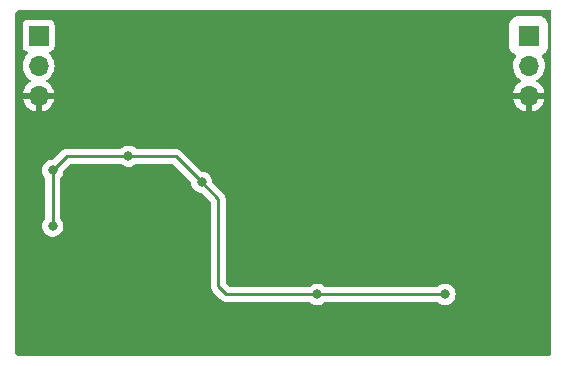
<source format=gbl>
%TF.GenerationSoftware,KiCad,Pcbnew,7.0.1*%
%TF.CreationDate,2023-05-08T19:32:18+02:00*%
%TF.ProjectId,geiger_counter,67656967-6572-45f6-936f-756e7465722e,rev?*%
%TF.SameCoordinates,Original*%
%TF.FileFunction,Copper,L2,Bot*%
%TF.FilePolarity,Positive*%
%FSLAX46Y46*%
G04 Gerber Fmt 4.6, Leading zero omitted, Abs format (unit mm)*
G04 Created by KiCad (PCBNEW 7.0.1) date 2023-05-08 19:32:18*
%MOMM*%
%LPD*%
G01*
G04 APERTURE LIST*
%TA.AperFunction,ComponentPad*%
%ADD10O,1.700000X1.700000*%
%TD*%
%TA.AperFunction,ComponentPad*%
%ADD11R,1.700000X1.700000*%
%TD*%
%TA.AperFunction,ViaPad*%
%ADD12C,0.800000*%
%TD*%
%TA.AperFunction,Conductor*%
%ADD13C,0.250000*%
%TD*%
G04 APERTURE END LIST*
D10*
%TO.P,J2,3,Pin_3*%
%TO.N,GND*%
X160700000Y-28080000D03*
%TO.P,J2,2,Pin_2*%
%TO.N,unconnected-(J2-Pin_2-Pad2)*%
X160700000Y-25540000D03*
D11*
%TO.P,J2,1,Pin_1*%
%TO.N,VPP*%
X160700000Y-23000000D03*
%TD*%
D10*
%TO.P,J1,3,Pin_3*%
%TO.N,GND*%
X119200000Y-28080000D03*
%TO.P,J1,2,Pin_2*%
%TO.N,/ENABLE*%
X119200000Y-25540000D03*
D11*
%TO.P,J1,1,Pin_1*%
%TO.N,VCC*%
X119200000Y-23000000D03*
%TD*%
D12*
%TO.N,VCC*%
X126800000Y-33200000D03*
X153600000Y-44900000D03*
X120400000Y-34400000D03*
X133000000Y-35400000D03*
X120400000Y-39100000D03*
X142800000Y-44910500D03*
%TO.N,GND*%
X144600000Y-31700000D03*
X137900000Y-21400000D03*
X137900000Y-22700000D03*
X145700000Y-31700000D03*
X139100000Y-21400000D03*
X132400000Y-29000000D03*
X138973055Y-40175500D03*
X144600000Y-32800000D03*
X130700000Y-39200000D03*
X132400000Y-29900000D03*
X119800000Y-48100000D03*
X161300000Y-37100000D03*
X161300000Y-38200000D03*
X139500000Y-48300000D03*
X131500000Y-29900000D03*
X137300000Y-37300000D03*
X118500000Y-48100000D03*
X119800000Y-46900000D03*
X123132281Y-44125500D03*
X160200000Y-37100000D03*
X131500000Y-29000000D03*
X140200000Y-21400000D03*
X139500000Y-47100000D03*
X118500000Y-46900000D03*
X145700000Y-32800000D03*
X149600000Y-36500000D03*
X140800000Y-48300000D03*
X160200000Y-38200000D03*
X140800000Y-47100000D03*
%TD*%
D13*
%TO.N,VCC*%
X135100000Y-44900000D02*
X134400000Y-44200000D01*
X134400000Y-44200000D02*
X134400000Y-36800000D01*
X142800000Y-44910500D02*
X142810500Y-44900000D01*
X142810500Y-44900000D02*
X153600000Y-44900000D01*
X142800000Y-44910500D02*
X142789500Y-44900000D01*
X142789500Y-44900000D02*
X135100000Y-44900000D01*
X134400000Y-36800000D02*
X133000000Y-35400000D01*
X133000000Y-35400000D02*
X130800000Y-33200000D01*
X121600000Y-33200000D02*
X120400000Y-34400000D01*
X120400000Y-34400000D02*
X120400000Y-39100000D01*
X126800000Y-33200000D02*
X121600000Y-33200000D01*
X130800000Y-33200000D02*
X126800000Y-33200000D01*
%TD*%
%TA.AperFunction,Conductor*%
%TO.N,GND*%
G36*
X162538000Y-20816613D02*
G01*
X162583387Y-20862000D01*
X162600000Y-20924000D01*
X162600000Y-49948638D01*
X162590561Y-49996091D01*
X162563681Y-50036319D01*
X162536319Y-50063681D01*
X162496091Y-50090561D01*
X162448638Y-50100000D01*
X117451362Y-50100000D01*
X117403909Y-50090561D01*
X117363681Y-50063681D01*
X117236319Y-49936319D01*
X117209439Y-49896091D01*
X117200000Y-49848638D01*
X117200000Y-39100000D01*
X119494540Y-39100000D01*
X119514326Y-39288257D01*
X119572820Y-39468284D01*
X119667466Y-39632216D01*
X119794129Y-39772889D01*
X119947269Y-39884151D01*
X120120197Y-39961144D01*
X120305352Y-40000500D01*
X120305354Y-40000500D01*
X120494646Y-40000500D01*
X120494648Y-40000500D01*
X120618083Y-39974262D01*
X120679803Y-39961144D01*
X120852730Y-39884151D01*
X121005871Y-39772888D01*
X121132533Y-39632216D01*
X121227179Y-39468284D01*
X121285674Y-39288256D01*
X121305460Y-39100000D01*
X121285674Y-38911744D01*
X121227179Y-38731716D01*
X121227179Y-38731715D01*
X121132535Y-38567786D01*
X121119427Y-38553229D01*
X121057347Y-38484282D01*
X121033736Y-38445751D01*
X121025500Y-38401313D01*
X121025500Y-35098687D01*
X121033736Y-35054249D01*
X121057347Y-35015717D01*
X121132533Y-34932216D01*
X121169734Y-34867783D01*
X121227179Y-34768284D01*
X121276708Y-34615849D01*
X121285674Y-34588256D01*
X121303322Y-34420341D01*
X121314720Y-34379927D01*
X121338957Y-34345632D01*
X121822771Y-33861819D01*
X121863000Y-33834939D01*
X121910453Y-33825500D01*
X126096253Y-33825500D01*
X126146688Y-33836220D01*
X126188401Y-33866526D01*
X126194129Y-33872888D01*
X126347270Y-33984151D01*
X126347271Y-33984151D01*
X126347272Y-33984152D01*
X126520197Y-34061144D01*
X126705352Y-34100500D01*
X126705354Y-34100500D01*
X126894646Y-34100500D01*
X126894648Y-34100500D01*
X127018084Y-34074262D01*
X127079803Y-34061144D01*
X127252730Y-33984151D01*
X127405871Y-33872888D01*
X127411598Y-33866526D01*
X127453312Y-33836220D01*
X127503747Y-33825500D01*
X130489548Y-33825500D01*
X130537001Y-33834939D01*
X130577229Y-33861819D01*
X132061038Y-35345629D01*
X132085277Y-35379926D01*
X132096678Y-35420348D01*
X132114326Y-35588257D01*
X132172820Y-35768284D01*
X132267466Y-35932216D01*
X132394129Y-36072889D01*
X132547269Y-36184151D01*
X132720197Y-36261144D01*
X132905352Y-36300500D01*
X132905354Y-36300500D01*
X132964548Y-36300500D01*
X133012001Y-36309939D01*
X133052229Y-36336819D01*
X133738181Y-37022772D01*
X133765061Y-37063000D01*
X133774500Y-37110453D01*
X133774500Y-44117256D01*
X133772235Y-44137762D01*
X133774439Y-44207873D01*
X133774500Y-44211768D01*
X133774500Y-44239349D01*
X133775003Y-44243334D01*
X133775918Y-44254967D01*
X133777290Y-44298626D01*
X133782879Y-44317860D01*
X133786825Y-44336916D01*
X133789335Y-44356792D01*
X133805414Y-44397404D01*
X133809197Y-44408451D01*
X133821382Y-44450391D01*
X133831580Y-44467635D01*
X133840136Y-44485100D01*
X133847514Y-44503732D01*
X133847515Y-44503733D01*
X133873180Y-44539059D01*
X133879593Y-44548822D01*
X133901826Y-44586416D01*
X133901829Y-44586419D01*
X133901830Y-44586420D01*
X133915995Y-44600585D01*
X133928627Y-44615375D01*
X133940406Y-44631587D01*
X133974058Y-44659426D01*
X133982699Y-44667289D01*
X134599196Y-45283787D01*
X134612096Y-45299888D01*
X134663223Y-45347900D01*
X134666020Y-45350611D01*
X134685529Y-45370120D01*
X134688711Y-45372588D01*
X134697571Y-45380155D01*
X134729417Y-45410061D01*
X134729418Y-45410062D01*
X134746970Y-45419711D01*
X134763238Y-45430397D01*
X134779064Y-45442673D01*
X134819146Y-45460017D01*
X134829633Y-45465155D01*
X134867907Y-45486197D01*
X134876410Y-45488379D01*
X134887308Y-45491178D01*
X134905713Y-45497478D01*
X134924104Y-45505437D01*
X134967250Y-45512270D01*
X134978668Y-45514635D01*
X135020981Y-45525500D01*
X135041017Y-45525500D01*
X135060414Y-45527026D01*
X135080196Y-45530160D01*
X135120720Y-45526328D01*
X135123672Y-45526050D01*
X135135342Y-45525500D01*
X142086797Y-45525500D01*
X142137231Y-45536220D01*
X142178945Y-45566526D01*
X142194128Y-45583388D01*
X142347269Y-45694651D01*
X142520197Y-45771644D01*
X142705352Y-45811000D01*
X142705354Y-45811000D01*
X142894646Y-45811000D01*
X142894648Y-45811000D01*
X143018084Y-45784762D01*
X143079803Y-45771644D01*
X143252730Y-45694651D01*
X143405871Y-45583388D01*
X143405871Y-45583387D01*
X143421055Y-45566526D01*
X143462769Y-45536220D01*
X143513203Y-45525500D01*
X152896253Y-45525500D01*
X152946688Y-45536220D01*
X152988401Y-45566526D01*
X152994129Y-45572888D01*
X153147270Y-45684151D01*
X153147271Y-45684151D01*
X153147272Y-45684152D01*
X153320197Y-45761144D01*
X153505352Y-45800500D01*
X153505354Y-45800500D01*
X153694646Y-45800500D01*
X153694648Y-45800500D01*
X153830404Y-45771644D01*
X153879803Y-45761144D01*
X154052730Y-45684151D01*
X154205871Y-45572888D01*
X154332533Y-45432216D01*
X154427179Y-45268284D01*
X154485674Y-45088256D01*
X154505460Y-44900000D01*
X154485674Y-44711744D01*
X154427179Y-44531716D01*
X154427179Y-44531715D01*
X154332533Y-44367783D01*
X154205870Y-44227110D01*
X154052730Y-44115848D01*
X153879802Y-44038855D01*
X153694648Y-43999500D01*
X153694646Y-43999500D01*
X153505354Y-43999500D01*
X153505352Y-43999500D01*
X153320197Y-44038855D01*
X153147272Y-44115847D01*
X153045176Y-44190024D01*
X152994129Y-44227112D01*
X152988401Y-44233473D01*
X152946688Y-44263780D01*
X152896253Y-44274500D01*
X143494294Y-44274500D01*
X143443861Y-44263781D01*
X143417095Y-44244335D01*
X143416415Y-44245272D01*
X143252730Y-44126348D01*
X143079802Y-44049355D01*
X142894648Y-44010000D01*
X142894646Y-44010000D01*
X142705354Y-44010000D01*
X142705352Y-44010000D01*
X142520197Y-44049355D01*
X142347269Y-44126348D01*
X142183585Y-44245272D01*
X142182904Y-44244335D01*
X142156139Y-44263781D01*
X142105706Y-44274500D01*
X135410453Y-44274500D01*
X135363000Y-44265061D01*
X135322772Y-44238181D01*
X135061819Y-43977228D01*
X135034939Y-43937000D01*
X135025500Y-43889547D01*
X135025500Y-36882744D01*
X135027764Y-36862237D01*
X135025561Y-36792127D01*
X135025500Y-36788232D01*
X135025500Y-36760653D01*
X135024997Y-36756672D01*
X135024080Y-36745019D01*
X135022709Y-36701373D01*
X135017120Y-36682140D01*
X135013174Y-36663082D01*
X135010664Y-36643206D01*
X134994588Y-36602604D01*
X134990804Y-36591553D01*
X134984881Y-36571168D01*
X134978618Y-36549610D01*
X134968414Y-36532355D01*
X134959861Y-36514895D01*
X134952486Y-36496269D01*
X134952486Y-36496268D01*
X134926808Y-36460925D01*
X134920401Y-36451171D01*
X134898169Y-36413579D01*
X134884006Y-36399416D01*
X134871367Y-36384617D01*
X134859595Y-36368413D01*
X134825941Y-36340573D01*
X134817299Y-36332709D01*
X133938960Y-35454369D01*
X133914720Y-35420071D01*
X133903321Y-35379655D01*
X133885674Y-35211744D01*
X133848939Y-35098687D01*
X133827179Y-35031715D01*
X133732533Y-34867783D01*
X133605870Y-34727110D01*
X133452730Y-34615848D01*
X133279802Y-34538855D01*
X133094648Y-34499500D01*
X133094646Y-34499500D01*
X133035452Y-34499500D01*
X132987999Y-34490061D01*
X132947771Y-34463181D01*
X131300802Y-32816211D01*
X131287906Y-32800113D01*
X131236775Y-32752098D01*
X131233978Y-32749387D01*
X131214470Y-32729879D01*
X131211290Y-32727412D01*
X131202424Y-32719839D01*
X131170582Y-32689938D01*
X131153024Y-32680285D01*
X131136764Y-32669604D01*
X131120936Y-32657327D01*
X131080851Y-32639980D01*
X131070361Y-32634841D01*
X131032091Y-32613802D01*
X131012691Y-32608821D01*
X130994284Y-32602519D01*
X130975897Y-32594562D01*
X130932758Y-32587729D01*
X130921324Y-32585361D01*
X130879019Y-32574500D01*
X130858984Y-32574500D01*
X130839586Y-32572973D01*
X130832162Y-32571797D01*
X130819805Y-32569840D01*
X130819804Y-32569840D01*
X130793484Y-32572328D01*
X130776325Y-32573950D01*
X130764656Y-32574500D01*
X127503747Y-32574500D01*
X127453312Y-32563780D01*
X127411598Y-32533473D01*
X127405871Y-32527112D01*
X127252730Y-32415849D01*
X127252729Y-32415848D01*
X127252727Y-32415847D01*
X127079802Y-32338855D01*
X126894648Y-32299500D01*
X126894646Y-32299500D01*
X126705354Y-32299500D01*
X126705352Y-32299500D01*
X126520197Y-32338855D01*
X126347272Y-32415847D01*
X126245175Y-32490024D01*
X126194129Y-32527112D01*
X126188401Y-32533473D01*
X126146688Y-32563780D01*
X126096253Y-32574500D01*
X121682740Y-32574500D01*
X121662236Y-32572236D01*
X121592144Y-32574439D01*
X121588250Y-32574500D01*
X121560648Y-32574500D01*
X121556653Y-32575004D01*
X121545029Y-32575918D01*
X121501368Y-32577290D01*
X121482128Y-32582880D01*
X121463081Y-32586825D01*
X121443209Y-32589335D01*
X121402599Y-32605413D01*
X121391554Y-32609194D01*
X121349611Y-32621380D01*
X121332369Y-32631578D01*
X121314897Y-32640138D01*
X121296266Y-32647514D01*
X121260938Y-32673181D01*
X121251180Y-32679591D01*
X121213579Y-32701829D01*
X121199410Y-32715998D01*
X121184622Y-32728628D01*
X121168413Y-32740405D01*
X121140572Y-32774058D01*
X121132711Y-32782696D01*
X120452228Y-33463181D01*
X120412000Y-33490061D01*
X120364547Y-33499500D01*
X120305352Y-33499500D01*
X120120197Y-33538855D01*
X119947269Y-33615848D01*
X119794129Y-33727110D01*
X119667466Y-33867783D01*
X119572820Y-34031715D01*
X119514326Y-34211742D01*
X119494540Y-34400000D01*
X119514326Y-34588257D01*
X119572820Y-34768284D01*
X119667464Y-34932213D01*
X119667467Y-34932216D01*
X119742652Y-35015717D01*
X119766264Y-35054249D01*
X119774500Y-35098687D01*
X119774500Y-38401313D01*
X119766264Y-38445751D01*
X119742652Y-38484282D01*
X119709545Y-38521051D01*
X119667464Y-38567786D01*
X119572820Y-38731715D01*
X119514326Y-38911742D01*
X119494540Y-39100000D01*
X117200000Y-39100000D01*
X117200000Y-28330000D01*
X117869364Y-28330000D01*
X117926569Y-28543492D01*
X118026399Y-28757576D01*
X118161893Y-28951081D01*
X118328918Y-29118106D01*
X118522423Y-29253600D01*
X118736507Y-29353430D01*
X118949999Y-29410635D01*
X118950000Y-29410636D01*
X118950000Y-28330000D01*
X119450000Y-28330000D01*
X119450000Y-29410635D01*
X119663492Y-29353430D01*
X119877576Y-29253600D01*
X120071081Y-29118106D01*
X120238106Y-28951081D01*
X120373600Y-28757576D01*
X120473430Y-28543492D01*
X120530636Y-28330000D01*
X159369364Y-28330000D01*
X159426569Y-28543492D01*
X159526399Y-28757576D01*
X159661893Y-28951081D01*
X159828918Y-29118106D01*
X160022423Y-29253600D01*
X160236507Y-29353430D01*
X160449999Y-29410635D01*
X160450000Y-29410636D01*
X160450000Y-28330000D01*
X160950000Y-28330000D01*
X160950000Y-29410635D01*
X161163492Y-29353430D01*
X161377576Y-29253600D01*
X161571081Y-29118106D01*
X161738106Y-28951081D01*
X161873600Y-28757576D01*
X161973430Y-28543492D01*
X162030636Y-28330000D01*
X160950000Y-28330000D01*
X160450000Y-28330000D01*
X159369364Y-28330000D01*
X120530636Y-28330000D01*
X119450000Y-28330000D01*
X118950000Y-28330000D01*
X117869364Y-28330000D01*
X117200000Y-28330000D01*
X117200000Y-25540000D01*
X117844340Y-25540000D01*
X117864936Y-25775407D01*
X117909709Y-25942501D01*
X117926097Y-26003663D01*
X118025965Y-26217830D01*
X118161505Y-26411401D01*
X118328599Y-26578495D01*
X118514597Y-26708732D01*
X118553460Y-26753048D01*
X118567471Y-26810305D01*
X118553461Y-26867561D01*
X118514595Y-26911880D01*
X118328919Y-27041892D01*
X118161890Y-27208921D01*
X118026400Y-27402421D01*
X117926569Y-27616507D01*
X117869364Y-27829999D01*
X117869364Y-27830000D01*
X120530636Y-27830000D01*
X120530635Y-27829999D01*
X120473430Y-27616507D01*
X120373599Y-27402421D01*
X120238109Y-27208921D01*
X120071081Y-27041893D01*
X119885404Y-26911880D01*
X119846539Y-26867562D01*
X119832528Y-26810305D01*
X119846539Y-26753048D01*
X119885402Y-26708732D01*
X120071401Y-26578495D01*
X120238495Y-26411401D01*
X120374035Y-26217830D01*
X120473903Y-26003663D01*
X120535063Y-25775408D01*
X120555659Y-25540000D01*
X120535063Y-25304592D01*
X120473903Y-25076337D01*
X120374035Y-24862171D01*
X120238495Y-24668599D01*
X120116569Y-24546672D01*
X120085273Y-24493927D01*
X120083084Y-24432634D01*
X120110537Y-24377789D01*
X120160916Y-24342810D01*
X120292331Y-24293796D01*
X120407546Y-24207546D01*
X120493796Y-24092331D01*
X120544091Y-23957483D01*
X120550500Y-23897873D01*
X120550500Y-23894957D01*
X159049500Y-23894957D01*
X159064631Y-24029251D01*
X159064631Y-24029253D01*
X159064632Y-24029255D01*
X159124211Y-24199522D01*
X159129253Y-24207546D01*
X159220185Y-24352264D01*
X159347735Y-24479814D01*
X159347737Y-24479815D01*
X159347738Y-24479816D01*
X159500478Y-24575789D01*
X159527497Y-24585243D01*
X159575308Y-24615701D01*
X159604568Y-24664259D01*
X159609157Y-24720764D01*
X159588117Y-24773407D01*
X159525965Y-24862169D01*
X159426097Y-25076336D01*
X159364936Y-25304592D01*
X159344340Y-25539999D01*
X159364936Y-25775407D01*
X159409709Y-25942501D01*
X159426097Y-26003663D01*
X159525965Y-26217830D01*
X159661505Y-26411401D01*
X159828599Y-26578495D01*
X160014597Y-26708732D01*
X160053460Y-26753048D01*
X160067471Y-26810305D01*
X160053461Y-26867561D01*
X160014595Y-26911880D01*
X159828919Y-27041892D01*
X159661890Y-27208921D01*
X159526400Y-27402421D01*
X159426569Y-27616507D01*
X159369364Y-27829999D01*
X159369364Y-27830000D01*
X162030636Y-27830000D01*
X162030635Y-27829999D01*
X161973430Y-27616507D01*
X161873599Y-27402421D01*
X161738109Y-27208921D01*
X161571081Y-27041893D01*
X161385404Y-26911880D01*
X161346539Y-26867562D01*
X161332528Y-26810305D01*
X161346539Y-26753048D01*
X161385402Y-26708732D01*
X161571401Y-26578495D01*
X161738495Y-26411401D01*
X161874035Y-26217830D01*
X161973903Y-26003663D01*
X162035063Y-25775408D01*
X162055659Y-25540000D01*
X162035063Y-25304592D01*
X161973903Y-25076337D01*
X161874035Y-24862171D01*
X161811881Y-24773406D01*
X161790842Y-24720764D01*
X161795431Y-24664259D01*
X161824691Y-24615701D01*
X161872502Y-24585243D01*
X161899522Y-24575789D01*
X162052262Y-24479816D01*
X162179816Y-24352262D01*
X162275789Y-24199522D01*
X162335368Y-24029255D01*
X162350171Y-23897873D01*
X162350500Y-23894957D01*
X162350500Y-22105043D01*
X162335368Y-21970748D01*
X162335368Y-21970745D01*
X162275789Y-21800478D01*
X162179816Y-21647738D01*
X162179815Y-21647737D01*
X162179814Y-21647735D01*
X162052264Y-21520185D01*
X161989867Y-21480978D01*
X161899522Y-21424211D01*
X161729255Y-21364632D01*
X161729253Y-21364631D01*
X161729251Y-21364631D01*
X161594957Y-21349500D01*
X161594954Y-21349500D01*
X159805046Y-21349500D01*
X159805043Y-21349500D01*
X159670748Y-21364631D01*
X159670745Y-21364631D01*
X159670745Y-21364632D01*
X159500478Y-21424211D01*
X159500476Y-21424211D01*
X159500476Y-21424212D01*
X159347735Y-21520185D01*
X159220185Y-21647735D01*
X159124212Y-21800476D01*
X159064631Y-21970748D01*
X159049500Y-22105043D01*
X159049500Y-23894957D01*
X120550500Y-23894957D01*
X120550499Y-22102128D01*
X120544091Y-22042517D01*
X120493796Y-21907669D01*
X120407546Y-21792454D01*
X120292331Y-21706204D01*
X120157483Y-21655909D01*
X120097873Y-21649500D01*
X120097869Y-21649500D01*
X118302130Y-21649500D01*
X118242515Y-21655909D01*
X118107669Y-21706204D01*
X117992454Y-21792454D01*
X117906204Y-21907668D01*
X117855909Y-22042516D01*
X117849500Y-22102130D01*
X117849500Y-23897869D01*
X117855909Y-23957483D01*
X117906204Y-24092331D01*
X117992454Y-24207546D01*
X118107669Y-24293796D01*
X118219907Y-24335658D01*
X118239082Y-24342810D01*
X118289462Y-24377789D01*
X118316915Y-24432634D01*
X118314726Y-24493926D01*
X118283431Y-24546673D01*
X118161503Y-24668601D01*
X118025965Y-24862170D01*
X117926097Y-25076336D01*
X117864936Y-25304592D01*
X117844340Y-25540000D01*
X117200000Y-25540000D01*
X117200000Y-21151362D01*
X117209439Y-21103909D01*
X117236319Y-21063681D01*
X117463681Y-20836319D01*
X117503909Y-20809439D01*
X117551362Y-20800000D01*
X162476000Y-20800000D01*
X162538000Y-20816613D01*
G37*
%TD.AperFunction*%
%TD*%
M02*

</source>
